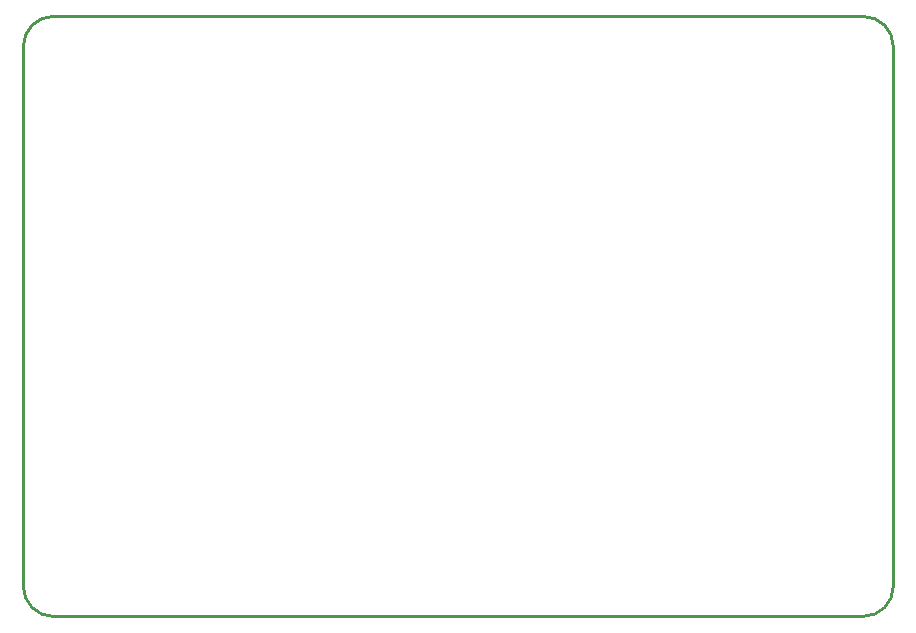
<source format=gko>
G04*
G04 #@! TF.GenerationSoftware,Altium Limited,Altium Designer,24.2.2 (26)*
G04*
G04 Layer_Color=16711935*
%FSLAX44Y44*%
%MOMM*%
G71*
G04*
G04 #@! TF.SameCoordinates,D28C2298-B94A-46E3-96D8-F5CEDD955656*
G04*
G04*
G04 #@! TF.FilePolarity,Positive*
G04*
G01*
G75*
%ADD11C,0.2540*%
D11*
X698500Y447040D02*
G03*
X673100Y472440I-25400J0D01*
G01*
Y-35560D02*
G03*
X698500Y-10160I0J25400D01*
G01*
X-12700Y472440D02*
G03*
X-38100Y447040I0J-25400D01*
G01*
Y-10160D02*
G03*
X-12700Y-35560I25400J0D01*
G01*
X673100D01*
X-12700Y472440D02*
X673100D01*
X698500Y-10160D02*
Y447040D01*
X-38100Y-10160D02*
Y447040D01*
M02*

</source>
